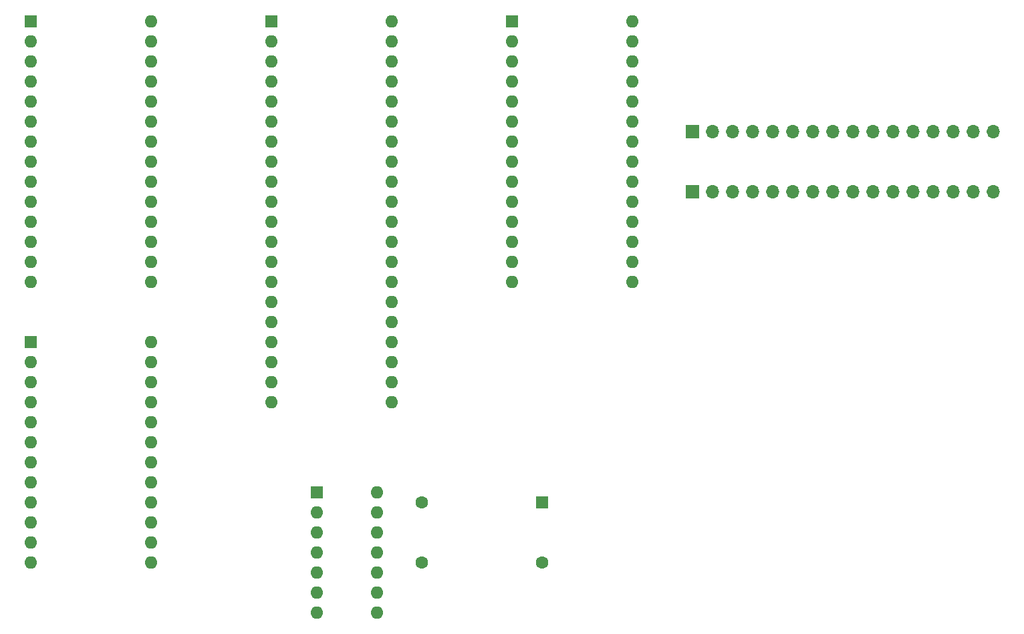
<source format=gbr>
%TF.GenerationSoftware,KiCad,Pcbnew,(6.0.10)*%
%TF.CreationDate,2023-01-13T13:11:36+01:00*%
%TF.ProjectId,z80-test-board,7a38302d-7465-4737-942d-626f6172642e,rev?*%
%TF.SameCoordinates,Original*%
%TF.FileFunction,Soldermask,Bot*%
%TF.FilePolarity,Negative*%
%FSLAX46Y46*%
G04 Gerber Fmt 4.6, Leading zero omitted, Abs format (unit mm)*
G04 Created by KiCad (PCBNEW (6.0.10)) date 2023-01-13 13:11:36*
%MOMM*%
%LPD*%
G01*
G04 APERTURE LIST*
%ADD10R,1.600000X1.600000*%
%ADD11O,1.600000X1.600000*%
%ADD12R,1.700000X1.700000*%
%ADD13O,1.700000X1.700000*%
%ADD14C,1.600000*%
G04 APERTURE END LIST*
D10*
%TO.C,CPU1*%
X132075000Y-52075000D03*
D11*
X132075000Y-54615000D03*
X132075000Y-57155000D03*
X132075000Y-59695000D03*
X132075000Y-62235000D03*
X132075000Y-64775000D03*
X132075000Y-67315000D03*
X132075000Y-69855000D03*
X132075000Y-72395000D03*
X132075000Y-74935000D03*
X132075000Y-77475000D03*
X132075000Y-80015000D03*
X132075000Y-82555000D03*
X132075000Y-85095000D03*
X132075000Y-87635000D03*
X132075000Y-90175000D03*
X132075000Y-92715000D03*
X132075000Y-95255000D03*
X132075000Y-97795000D03*
X132075000Y-100335000D03*
X147315000Y-100335000D03*
X147315000Y-97795000D03*
X147315000Y-95255000D03*
X147315000Y-92715000D03*
X147315000Y-90175000D03*
X147315000Y-87635000D03*
X147315000Y-85095000D03*
X147315000Y-82555000D03*
X147315000Y-80015000D03*
X147315000Y-77475000D03*
X147315000Y-74935000D03*
X147315000Y-72395000D03*
X147315000Y-69855000D03*
X147315000Y-67315000D03*
X147315000Y-64775000D03*
X147315000Y-62235000D03*
X147315000Y-59695000D03*
X147315000Y-57155000D03*
X147315000Y-54615000D03*
X147315000Y-52075000D03*
%TD*%
D10*
%TO.C,RAM1*%
X162555000Y-52055000D03*
D11*
X162555000Y-54595000D03*
X162555000Y-57135000D03*
X162555000Y-59675000D03*
X162555000Y-62215000D03*
X162555000Y-64755000D03*
X162555000Y-67295000D03*
X162555000Y-69835000D03*
X162555000Y-72375000D03*
X162555000Y-74915000D03*
X162555000Y-77455000D03*
X162555000Y-79995000D03*
X162555000Y-82535000D03*
X162555000Y-85075000D03*
X177795000Y-85075000D03*
X177795000Y-82535000D03*
X177795000Y-79995000D03*
X177795000Y-77455000D03*
X177795000Y-74915000D03*
X177795000Y-72375000D03*
X177795000Y-69835000D03*
X177795000Y-67295000D03*
X177795000Y-64755000D03*
X177795000Y-62215000D03*
X177795000Y-59675000D03*
X177795000Y-57135000D03*
X177795000Y-54595000D03*
X177795000Y-52055000D03*
%TD*%
D10*
%TO.C,ROM1*%
X101595000Y-52055000D03*
D11*
X101595000Y-54595000D03*
X101595000Y-57135000D03*
X101595000Y-59675000D03*
X101595000Y-62215000D03*
X101595000Y-64755000D03*
X101595000Y-67295000D03*
X101595000Y-69835000D03*
X101595000Y-72375000D03*
X101595000Y-74915000D03*
X101595000Y-77455000D03*
X101595000Y-79995000D03*
X101595000Y-82535000D03*
X101595000Y-85075000D03*
X116835000Y-85075000D03*
X116835000Y-82535000D03*
X116835000Y-79995000D03*
X116835000Y-77455000D03*
X116835000Y-74915000D03*
X116835000Y-72375000D03*
X116835000Y-69835000D03*
X116835000Y-67295000D03*
X116835000Y-64755000D03*
X116835000Y-62215000D03*
X116835000Y-59675000D03*
X116835000Y-57135000D03*
X116835000Y-54595000D03*
X116835000Y-52055000D03*
%TD*%
D12*
%TO.C,J2*%
X185420000Y-73660000D03*
D13*
X187960000Y-73660000D03*
X190500000Y-73660000D03*
X193040000Y-73660000D03*
X195580000Y-73660000D03*
X198120000Y-73660000D03*
X200660000Y-73660000D03*
X203200000Y-73660000D03*
X205740000Y-73660000D03*
X208280000Y-73660000D03*
X210820000Y-73660000D03*
X213360000Y-73660000D03*
X215900000Y-73660000D03*
X218440000Y-73660000D03*
X220980000Y-73660000D03*
X223520000Y-73660000D03*
%TD*%
D12*
%TO.C,J1*%
X185420000Y-66040000D03*
D13*
X187960000Y-66040000D03*
X190500000Y-66040000D03*
X193040000Y-66040000D03*
X195580000Y-66040000D03*
X198120000Y-66040000D03*
X200660000Y-66040000D03*
X203200000Y-66040000D03*
X205740000Y-66040000D03*
X208280000Y-66040000D03*
X210820000Y-66040000D03*
X213360000Y-66040000D03*
X215900000Y-66040000D03*
X218440000Y-66040000D03*
X220980000Y-66040000D03*
X223520000Y-66040000D03*
%TD*%
D10*
%TO.C,CLK1*%
X137805000Y-111755000D03*
D11*
X137805000Y-114295000D03*
X137805000Y-116835000D03*
X137805000Y-119375000D03*
X137805000Y-121915000D03*
X137805000Y-124455000D03*
X137805000Y-126995000D03*
X145425000Y-126995000D03*
X145425000Y-124455000D03*
X145425000Y-121915000D03*
X145425000Y-119375000D03*
X145425000Y-116835000D03*
X145425000Y-114295000D03*
X145425000Y-111755000D03*
%TD*%
D10*
%TO.C,A1*%
X101595000Y-92705000D03*
D11*
X101595000Y-95245000D03*
X101595000Y-97785000D03*
X101595000Y-100325000D03*
X101595000Y-102865000D03*
X101595000Y-105405000D03*
X101595000Y-107945000D03*
X101595000Y-110485000D03*
X101595000Y-113025000D03*
X101595000Y-115565000D03*
X101595000Y-118105000D03*
X101595000Y-120645000D03*
X116835000Y-120645000D03*
X116835000Y-118105000D03*
X116835000Y-115565000D03*
X116835000Y-113025000D03*
X116835000Y-110485000D03*
X116835000Y-107945000D03*
X116835000Y-105405000D03*
X116835000Y-102865000D03*
X116835000Y-100325000D03*
X116835000Y-97785000D03*
X116835000Y-95245000D03*
X116835000Y-92705000D03*
%TD*%
D10*
%TO.C,X8.000Mhz1*%
X166370000Y-113030000D03*
D14*
X151130000Y-113030000D03*
X151130000Y-120650000D03*
X166370000Y-120650000D03*
%TD*%
M02*

</source>
